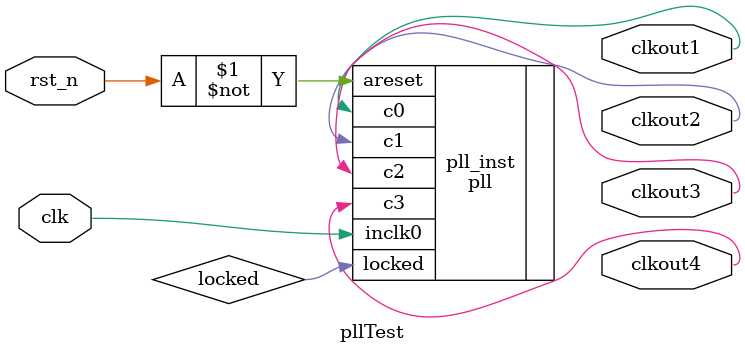
<source format=v>
`timescale 1ns / 1ps

module pllTest(
	input clk,
	input rst_n,
	output clkout1,
	output clkout2,
	output clkout3,
	output clkout4
	
);

wire locked;

pll pll_inst
(
	// Clock in ports
	.inclk0(clk),           // IN 50Mhz
	// Clock out ports
	.c0(clkout1),           // OUT 25Mhz
	.c1(clkout2),           // OUT 50Mhz
	.c2(clkout3),           // OUT 75Mhz
	.c3(clkout4),           // OUT 100Mhz
	// Status and control signals
	.areset(~rst_n),        // IN
	.locked(locked)         //The signal of PLL normal operation
	);                      // OUT

endmodule
	
</source>
